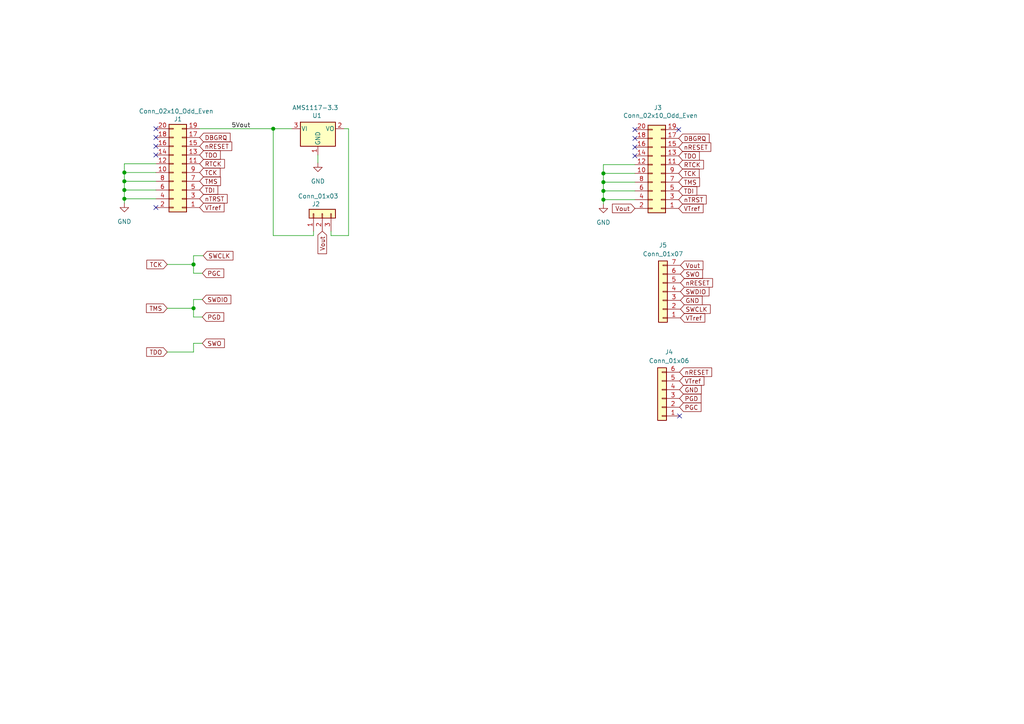
<source format=kicad_sch>
(kicad_sch (version 20210126) (generator eeschema)
  (paper "A4")
  (lib_symbols
    (symbol "Connector_Generic:Conn_01x03" (pin_names (offset 1.016) hide)
      (property "Reference" "J" (at 0 5.08 0))
      (property "Value" "Conn_01x03" (at 0 -5.08 0))
      (symbol "Conn_01x03_1_1"
        (rectangle (start -1.27 -2.413) (end 0 -2.667) (stroke (width 0.1524)))
        (rectangle (start -1.27 0.127) (end 0 -0.127) (stroke (width 0.1524)))
        (rectangle (start -1.27 2.667) (end 0 2.413) (stroke (width 0.1524)))
        (rectangle (start -1.27 3.81) (end 1.27 -3.81) (stroke (width 0.254)) (fill (type background)))
        (pin passive line (at -5.08 2.54 0) (length 3.81) (name "Pin_1") (number "1"))
        (pin passive line (at -5.08 0 0) (length 3.81) (name "Pin_2") (number "2"))
        (pin passive line (at -5.08 -2.54 0) (length 3.81) (name "Pin_3") (number "3"))
      )
    )
    (symbol "Connector_Generic:Conn_01x06" (pin_names (offset 1.016) hide)
      (property "Reference" "J" (at 0 7.62 0))
      (property "Value" "Conn_01x06" (at 0 -10.16 0))
      (symbol "Conn_01x06_1_1"
        (rectangle (start -1.27 -7.493) (end 0 -7.747) (stroke (width 0.1524)))
        (rectangle (start -1.27 -4.953) (end 0 -5.207) (stroke (width 0.1524)))
        (rectangle (start -1.27 -2.413) (end 0 -2.667) (stroke (width 0.1524)))
        (rectangle (start -1.27 0.127) (end 0 -0.127) (stroke (width 0.1524)))
        (rectangle (start -1.27 2.667) (end 0 2.413) (stroke (width 0.1524)))
        (rectangle (start -1.27 5.207) (end 0 4.953) (stroke (width 0.1524)))
        (rectangle (start -1.27 6.35) (end 1.27 -8.89) (stroke (width 0.254)) (fill (type background)))
        (pin passive line (at -5.08 5.08 0) (length 3.81) (name "Pin_1") (number "1"))
        (pin passive line (at -5.08 2.54 0) (length 3.81) (name "Pin_2") (number "2"))
        (pin passive line (at -5.08 0 0) (length 3.81) (name "Pin_3") (number "3"))
        (pin passive line (at -5.08 -2.54 0) (length 3.81) (name "Pin_4") (number "4"))
        (pin passive line (at -5.08 -5.08 0) (length 3.81) (name "Pin_5") (number "5"))
        (pin passive line (at -5.08 -7.62 0) (length 3.81) (name "Pin_6") (number "6"))
      )
    )
    (symbol "Connector_Generic:Conn_01x07" (pin_names (offset 1.016) hide)
      (property "Reference" "J" (at 0 10.16 0))
      (property "Value" "Conn_01x07" (at 0 -10.16 0))
      (symbol "Conn_01x07_1_1"
        (rectangle (start -1.27 -7.493) (end 0 -7.747) (stroke (width 0.1524)))
        (rectangle (start -1.27 -4.953) (end 0 -5.207) (stroke (width 0.1524)))
        (rectangle (start -1.27 -2.413) (end 0 -2.667) (stroke (width 0.1524)))
        (rectangle (start -1.27 0.127) (end 0 -0.127) (stroke (width 0.1524)))
        (rectangle (start -1.27 2.667) (end 0 2.413) (stroke (width 0.1524)))
        (rectangle (start -1.27 5.207) (end 0 4.953) (stroke (width 0.1524)))
        (rectangle (start -1.27 7.747) (end 0 7.493) (stroke (width 0.1524)))
        (rectangle (start -1.27 8.89) (end 1.27 -8.89) (stroke (width 0.254)) (fill (type background)))
        (pin passive line (at -5.08 7.62 0) (length 3.81) (name "Pin_1") (number "1"))
        (pin passive line (at -5.08 5.08 0) (length 3.81) (name "Pin_2") (number "2"))
        (pin passive line (at -5.08 2.54 0) (length 3.81) (name "Pin_3") (number "3"))
        (pin passive line (at -5.08 0 0) (length 3.81) (name "Pin_4") (number "4"))
        (pin passive line (at -5.08 -2.54 0) (length 3.81) (name "Pin_5") (number "5"))
        (pin passive line (at -5.08 -5.08 0) (length 3.81) (name "Pin_6") (number "6"))
        (pin passive line (at -5.08 -7.62 0) (length 3.81) (name "Pin_7") (number "7"))
      )
    )
    (symbol "Connector_Generic:Conn_02x10_Odd_Even" (pin_names (offset 1.016) hide)
      (property "Reference" "J" (at 1.27 12.7 0))
      (property "Value" "Conn_02x10_Odd_Even" (at 1.27 -15.24 0))
      (symbol "Conn_02x10_Odd_Even_1_1"
        (rectangle (start -1.27 -12.573) (end 0 -12.827) (stroke (width 0.1524)))
        (rectangle (start -1.27 -10.033) (end 0 -10.287) (stroke (width 0.1524)))
        (rectangle (start -1.27 -7.493) (end 0 -7.747) (stroke (width 0.1524)))
        (rectangle (start -1.27 -4.953) (end 0 -5.207) (stroke (width 0.1524)))
        (rectangle (start -1.27 -2.413) (end 0 -2.667) (stroke (width 0.1524)))
        (rectangle (start -1.27 0.127) (end 0 -0.127) (stroke (width 0.1524)))
        (rectangle (start -1.27 2.667) (end 0 2.413) (stroke (width 0.1524)))
        (rectangle (start -1.27 5.207) (end 0 4.953) (stroke (width 0.1524)))
        (rectangle (start -1.27 7.747) (end 0 7.493) (stroke (width 0.1524)))
        (rectangle (start -1.27 10.287) (end 0 10.033) (stroke (width 0.1524)))
        (rectangle (start 3.81 -12.573) (end 2.54 -12.827) (stroke (width 0.1524)))
        (rectangle (start 3.81 -10.033) (end 2.54 -10.287) (stroke (width 0.1524)))
        (rectangle (start 3.81 -7.493) (end 2.54 -7.747) (stroke (width 0.1524)))
        (rectangle (start 3.81 -4.953) (end 2.54 -5.207) (stroke (width 0.1524)))
        (rectangle (start 3.81 -2.413) (end 2.54 -2.667) (stroke (width 0.1524)))
        (rectangle (start 3.81 0.127) (end 2.54 -0.127) (stroke (width 0.1524)))
        (rectangle (start 3.81 2.667) (end 2.54 2.413) (stroke (width 0.1524)))
        (rectangle (start 3.81 5.207) (end 2.54 4.953) (stroke (width 0.1524)))
        (rectangle (start 3.81 7.747) (end 2.54 7.493) (stroke (width 0.1524)))
        (rectangle (start 3.81 10.287) (end 2.54 10.033) (stroke (width 0.1524)))
        (rectangle (start -1.27 11.43) (end 3.81 -13.97) (stroke (width 0.254)) (fill (type background)))
        (pin passive line (at -5.08 10.16 0) (length 3.81) (name "Pin_1") (number "1"))
        (pin passive line (at 7.62 0 180) (length 3.81) (name "Pin_10") (number "10"))
        (pin passive line (at -5.08 -2.54 0) (length 3.81) (name "Pin_11") (number "11"))
        (pin passive line (at 7.62 -2.54 180) (length 3.81) (name "Pin_12") (number "12"))
        (pin passive line (at -5.08 -5.08 0) (length 3.81) (name "Pin_13") (number "13"))
        (pin passive line (at 7.62 -5.08 180) (length 3.81) (name "Pin_14") (number "14"))
        (pin passive line (at -5.08 -7.62 0) (length 3.81) (name "Pin_15") (number "15"))
        (pin passive line (at 7.62 -7.62 180) (length 3.81) (name "Pin_16") (number "16"))
        (pin passive line (at -5.08 -10.16 0) (length 3.81) (name "Pin_17") (number "17"))
        (pin passive line (at 7.62 -10.16 180) (length 3.81) (name "Pin_18") (number "18"))
        (pin passive line (at -5.08 -12.7 0) (length 3.81) (name "Pin_19") (number "19"))
        (pin passive line (at 7.62 10.16 180) (length 3.81) (name "Pin_2") (number "2"))
        (pin passive line (at 7.62 -12.7 180) (length 3.81) (name "Pin_20") (number "20"))
        (pin passive line (at -5.08 7.62 0) (length 3.81) (name "Pin_3") (number "3"))
        (pin passive line (at 7.62 7.62 180) (length 3.81) (name "Pin_4") (number "4"))
        (pin passive line (at -5.08 5.08 0) (length 3.81) (name "Pin_5") (number "5"))
        (pin passive line (at 7.62 5.08 180) (length 3.81) (name "Pin_6") (number "6"))
        (pin passive line (at -5.08 2.54 0) (length 3.81) (name "Pin_7") (number "7"))
        (pin passive line (at 7.62 2.54 180) (length 3.81) (name "Pin_8") (number "8"))
        (pin passive line (at -5.08 0 0) (length 3.81) (name "Pin_9") (number "9"))
      )
    )
    (symbol "Regulator_Linear:AMS1117-3.3" (pin_names (offset 0.254))
      (property "Reference" "U" (at -3.81 3.175 0))
      (property "Value" "AMS1117-3.3" (at 0 3.175 0))
      (symbol "AMS1117-3.3_0_1"
        (rectangle (start -5.08 -5.08) (end 5.08 1.905) (stroke (width 0.254)) (fill (type background)))
      )
      (symbol "AMS1117-3.3_1_1"
        (pin power_in line (at 0 -7.62 90) (length 2.54) (name "GND") (number "1"))
        (pin power_out line (at 7.62 0 180) (length 2.54) (name "VO") (number "2"))
        (pin power_in line (at -7.62 0 0) (length 2.54) (name "VI") (number "3"))
      )
    )
    (symbol "power:GND" (power) (pin_names (offset 0))
      (property "Value" "GND" (at 0 -3.81 0))
      (symbol "GND_0_1"
        (polyline (pts (xy 0 0) (xy 0 -1.27) (xy 1.27 -1.27) (xy 0 -2.54) (xy -1.27 -1.27) (xy 0 -1.27)))
      )
      (symbol "GND_1_1"
        (pin power_in line (at 0 0 270) (length 0) hide (name "GND") (number "1"))
      )
    )
  )
  (junction (at 36.068 50.038) (diameter 1.016))
  (junction (at 36.068 52.578) (diameter 1.016))
  (junction (at 36.068 55.118) (diameter 1.016))
  (junction (at 36.068 57.658) (diameter 1.016))
  (junction (at 56.134 76.708) (diameter 1.016))
  (junction (at 56.134 89.408) (diameter 1.016))
  (junction (at 79.248 37.338) (diameter 1.016))
  (junction (at 175.006 50.292) (diameter 1.016))
  (junction (at 175.006 52.832) (diameter 1.016))
  (junction (at 175.006 55.372) (diameter 1.016))
  (junction (at 175.006 57.912) (diameter 1.016))
  (no_connect (at 45.212 37.338))
  (no_connect (at 45.212 39.878))
  (no_connect (at 45.212 42.418))
  (no_connect (at 45.212 44.958))
  (no_connect (at 45.212 60.198))
  (no_connect (at 184.15 37.592))
  (no_connect (at 184.15 40.132))
  (no_connect (at 184.15 42.672))
  (no_connect (at 184.15 45.212))
  (no_connect (at 196.85 37.592))
  (no_connect (at 197.104 120.65))
  (wire (pts (xy 36.068 47.498) (xy 36.068 50.038)))
  (wire (pts (xy 36.068 50.038) (xy 36.068 52.578)))
  (wire (pts (xy 36.068 50.038) (xy 45.212 50.038)))
  (wire (pts (xy 36.068 52.578) (xy 36.068 55.118)))
  (wire (pts (xy 36.068 52.578) (xy 45.212 52.578)))
  (wire (pts (xy 36.068 55.118) (xy 36.068 57.658)))
  (wire (pts (xy 36.068 55.118) (xy 45.212 55.118)))
  (wire (pts (xy 36.068 57.658) (xy 36.068 58.928)))
  (wire (pts (xy 45.212 47.498) (xy 36.068 47.498)))
  (wire (pts (xy 45.212 57.658) (xy 36.068 57.658)))
  (wire (pts (xy 48.514 76.708) (xy 56.134 76.708)))
  (wire (pts (xy 48.514 89.408) (xy 56.134 89.408)))
  (wire (pts (xy 48.514 102.108) (xy 56.134 102.108)))
  (wire (pts (xy 56.134 74.168) (xy 58.928 74.168)))
  (wire (pts (xy 56.134 76.708) (xy 56.134 74.168)))
  (wire (pts (xy 56.134 76.708) (xy 56.134 79.248)))
  (wire (pts (xy 56.134 86.868) (xy 58.674 86.868)))
  (wire (pts (xy 56.134 89.408) (xy 56.134 86.868)))
  (wire (pts (xy 56.134 91.948) (xy 56.134 89.408)))
  (wire (pts (xy 56.134 99.568) (xy 58.674 99.568)))
  (wire (pts (xy 56.134 102.108) (xy 56.134 99.568)))
  (wire (pts (xy 57.912 37.338) (xy 79.248 37.338)))
  (wire (pts (xy 58.674 79.248) (xy 56.134 79.248)))
  (wire (pts (xy 58.674 91.948) (xy 56.134 91.948)))
  (wire (pts (xy 79.248 37.338) (xy 84.582 37.338)))
  (wire (pts (xy 79.248 68.326) (xy 79.248 37.338)))
  (wire (pts (xy 90.932 67.056) (xy 90.932 68.326)))
  (wire (pts (xy 90.932 68.326) (xy 79.248 68.326)))
  (wire (pts (xy 92.202 44.958) (xy 92.202 47.244)))
  (wire (pts (xy 96.012 68.326) (xy 96.012 67.056)))
  (wire (pts (xy 99.822 37.338) (xy 101.092 37.338)))
  (wire (pts (xy 101.092 37.338) (xy 101.092 68.326)))
  (wire (pts (xy 101.092 68.326) (xy 96.012 68.326)))
  (wire (pts (xy 175.006 47.752) (xy 175.006 50.292)))
  (wire (pts (xy 175.006 50.292) (xy 175.006 52.832)))
  (wire (pts (xy 175.006 52.832) (xy 175.006 55.372)))
  (wire (pts (xy 175.006 55.372) (xy 175.006 57.912)))
  (wire (pts (xy 175.006 57.912) (xy 175.006 59.182)))
  (wire (pts (xy 184.15 47.752) (xy 175.006 47.752)))
  (wire (pts (xy 184.15 50.292) (xy 175.006 50.292)))
  (wire (pts (xy 184.15 52.832) (xy 175.006 52.832)))
  (wire (pts (xy 184.15 55.372) (xy 175.006 55.372)))
  (wire (pts (xy 184.15 57.912) (xy 175.006 57.912)))
  (label "5Vout" (at 72.644 37.338 180))
  (global_label "TCK" (shape input) (at 48.514 76.708 180) (property "Intersheet References" "${INTERSHEET_REFS}" (effects hide)))
  (global_label "TMS" (shape input) (at 48.514 89.408 180) (property "Intersheet References" "${INTERSHEET_REFS}" (effects hide)))
  (global_label "TDO" (shape input) (at 48.514 102.108 180) (property "Intersheet References" "${INTERSHEET_REFS}" (effects hide)))
  (global_label "DBGRQ" (shape input) (at 57.912 39.878 0) (property "Intersheet References" "${INTERSHEET_REFS}" (effects hide)))
  (global_label "nRESET" (shape input) (at 57.912 42.418 0) (property "Intersheet References" "${INTERSHEET_REFS}" (effects hide)))
  (global_label "TDO" (shape input) (at 57.912 44.958 0) (property "Intersheet References" "${INTERSHEET_REFS}" (effects hide)))
  (global_label "RTCK" (shape input) (at 57.912 47.498 0) (property "Intersheet References" "${INTERSHEET_REFS}" (effects hide)))
  (global_label "TCK" (shape input) (at 57.912 50.038 0) (property "Intersheet References" "${INTERSHEET_REFS}" (effects hide)))
  (global_label "TMS" (shape input) (at 57.912 52.578 0) (property "Intersheet References" "${INTERSHEET_REFS}" (effects hide)))
  (global_label "TDI" (shape input) (at 57.912 55.118 0) (property "Intersheet References" "${INTERSHEET_REFS}" (effects hide)))
  (global_label "nTRST" (shape input) (at 57.912 57.658 0) (property "Intersheet References" "${INTERSHEET_REFS}" (effects hide)))
  (global_label "VTref" (shape input) (at 57.912 60.198 0) (property "Intersheet References" "${INTERSHEET_REFS}" (effects hide)))
  (global_label "PGC" (shape input) (at 58.674 79.248 0) (property "Intersheet References" "${INTERSHEET_REFS}" (effects hide)))
  (global_label "SWDIO" (shape input) (at 58.674 86.868 0) (property "Intersheet References" "${INTERSHEET_REFS}" (effects hide)))
  (global_label "PGD" (shape input) (at 58.674 91.948 0) (property "Intersheet References" "${INTERSHEET_REFS}" (effects hide)))
  (global_label "SWO" (shape input) (at 58.674 99.568 0) (property "Intersheet References" "${INTERSHEET_REFS}" (effects hide)))
  (global_label "SWCLK" (shape input) (at 58.928 74.168 0) (property "Intersheet References" "${INTERSHEET_REFS}" (effects hide)))
  (global_label "Vout" (shape input) (at 93.472 67.056 270) (property "Intersheet References" "${INTERSHEET_REFS}" (effects hide)))
  (global_label "Vout" (shape input) (at 184.15 60.452 180) (property "Intersheet References" "${INTERSHEET_REFS}" (effects hide)))
  (global_label "DBGRQ" (shape input) (at 196.85 40.132 0) (property "Intersheet References" "${INTERSHEET_REFS}" (effects hide)))
  (global_label "nRESET" (shape input) (at 196.85 42.672 0) (property "Intersheet References" "${INTERSHEET_REFS}" (effects hide)))
  (global_label "TDO" (shape input) (at 196.85 45.212 0) (property "Intersheet References" "${INTERSHEET_REFS}" (effects hide)))
  (global_label "RTCK" (shape input) (at 196.85 47.752 0) (property "Intersheet References" "${INTERSHEET_REFS}" (effects hide)))
  (global_label "TCK" (shape input) (at 196.85 50.292 0) (property "Intersheet References" "${INTERSHEET_REFS}" (effects hide)))
  (global_label "TMS" (shape input) (at 196.85 52.832 0) (property "Intersheet References" "${INTERSHEET_REFS}" (effects hide)))
  (global_label "TDI" (shape input) (at 196.85 55.372 0) (property "Intersheet References" "${INTERSHEET_REFS}" (effects hide)))
  (global_label "nTRST" (shape input) (at 196.85 57.912 0) (property "Intersheet References" "${INTERSHEET_REFS}" (effects hide)))
  (global_label "VTref" (shape input) (at 196.85 60.452 0) (property "Intersheet References" "${INTERSHEET_REFS}" (effects hide)))
  (global_label "nRESET" (shape input) (at 197.104 107.95 0) (property "Intersheet References" "${INTERSHEET_REFS}" (effects hide)))
  (global_label "VTref" (shape input) (at 197.104 110.49 0) (property "Intersheet References" "${INTERSHEET_REFS}" (effects hide)))
  (global_label "GND" (shape input) (at 197.104 113.03 0) (property "Intersheet References" "${INTERSHEET_REFS}" (effects hide)))
  (global_label "PGD" (shape input) (at 197.104 115.57 0) (property "Intersheet References" "${INTERSHEET_REFS}" (effects hide)))
  (global_label "PGC" (shape input) (at 197.104 118.11 0) (property "Intersheet References" "${INTERSHEET_REFS}" (effects hide)))
  (global_label "Vout" (shape input) (at 197.358 76.962 0) (property "Intersheet References" "${INTERSHEET_REFS}" (effects hide)))
  (global_label "SWO" (shape input) (at 197.358 79.502 0) (property "Intersheet References" "${INTERSHEET_REFS}" (effects hide)))
  (global_label "nRESET" (shape input) (at 197.358 82.042 0) (property "Intersheet References" "${INTERSHEET_REFS}" (effects hide)))
  (global_label "SWDIO" (shape input) (at 197.358 84.582 0) (property "Intersheet References" "${INTERSHEET_REFS}" (effects hide)))
  (global_label "GND" (shape input) (at 197.358 87.122 0) (property "Intersheet References" "${INTERSHEET_REFS}" (effects hide)))
  (global_label "SWCLK" (shape input) (at 197.358 89.662 0) (property "Intersheet References" "${INTERSHEET_REFS}" (effects hide)))
  (global_label "VTref" (shape input) (at 197.358 92.202 0) (property "Intersheet References" "${INTERSHEET_REFS}" (effects hide)))
  (symbol (lib_id "power:GND") (at 36.068 58.928 0) (unit 1)
    (property "Reference" "#PWR0102" (effects hide))
    (property "Value" "GND" (at 36.068 64.262 0))
  )
  (symbol (lib_id "power:GND") (at 92.202 47.244 0) (unit 1)
    (property "Reference" "#PWR0103" (effects hide))
    (property "Value" "GND" (at 92.202 52.578 0))
  )
  (symbol (lib_id "power:GND") (at 175.006 59.182 0) (unit 1)
    (property "Reference" "#PWR0101" (effects hide))
    (property "Value" "GND" (at 175.006 64.516 0))
  )
  (symbol (lib_id "Connector_Generic:Conn_01x03") (at 93.472 61.976 90) (unit 1)
    (property "Reference" "J2" (at 92.8369 59.182 90) (effects (justify left)))
    (property "Value" "Conn_01x03" (at 98.1709 56.896 90) (effects (justify left)))
    (property "Footprint" "Connector_PinHeader_2.54mm:PinHeader_1x03_P2.54mm_Horizontal" (effects hide))
  )
  (symbol (lib_id "Connector_Generic:Conn_01x06") (at 192.024 115.57 180) (unit 1)
    (property "Reference" "J4" (at 194.056 102.108 0))
    (property "Value" "Conn_01x06" (at 194.056 104.648 0))
    (property "Footprint" "Connector_PinHeader_2.54mm:PinHeader_1x06_P2.54mm_Horizontal" (effects hide))
  )
  (symbol (lib_id "Connector_Generic:Conn_01x07") (at 192.278 84.582 180) (unit 1)
    (property "Reference" "J5" (at 192.278 71.12 0))
    (property "Value" "Conn_01x07" (at 192.278 73.66 0))
    (property "Footprint" "Connector_PinHeader_2.54mm:PinHeader_1x07_P2.54mm_Horizontal" (effects hide))
  )
  (symbol (lib_id "Regulator_Linear:AMS1117-3.3") (at 92.202 37.338 0) (unit 1)
    (property "Reference" "U1" (at 91.948 33.528 0))
    (property "Value" "AMS1117-3.3" (at 91.44 31.242 0))
    (property "Footprint" "Package_TO_SOT_SMD:SOT-223-3_TabPin2" (effects hide))
    (property "Datasheet" "http://www.advanced-monolithic.com/pdf/ds1117.pdf" (effects hide))
  )
  (symbol (lib_id "Connector_Generic:Conn_02x10_Odd_Even") (at 52.832 50.038 180) (unit 1)
    (property "Reference" "J1" (at 50.4189 34.544 0) (effects (justify right)))
    (property "Value" "Conn_02x10_Odd_Even" (at 40.2589 32.258 0) (effects (justify right)))
    (property "Footprint" "Connector_IDC:IDC-Header_2x10_P2.54mm_Horizontal" (effects hide))
  )
  (symbol (lib_id "Connector_Generic:Conn_02x10_Odd_Even") (at 191.77 50.292 180) (unit 1)
    (property "Reference" "J3" (at 189.6109 31.242 0) (effects (justify right)))
    (property "Value" "Conn_02x10_Odd_Even" (at 180.7209 33.528 0) (effects (justify right)))
    (property "Footprint" "Connector_IDC:IDC-Header_2x10_P2.54mm_Horizontal" (effects hide))
  )
)
</source>
